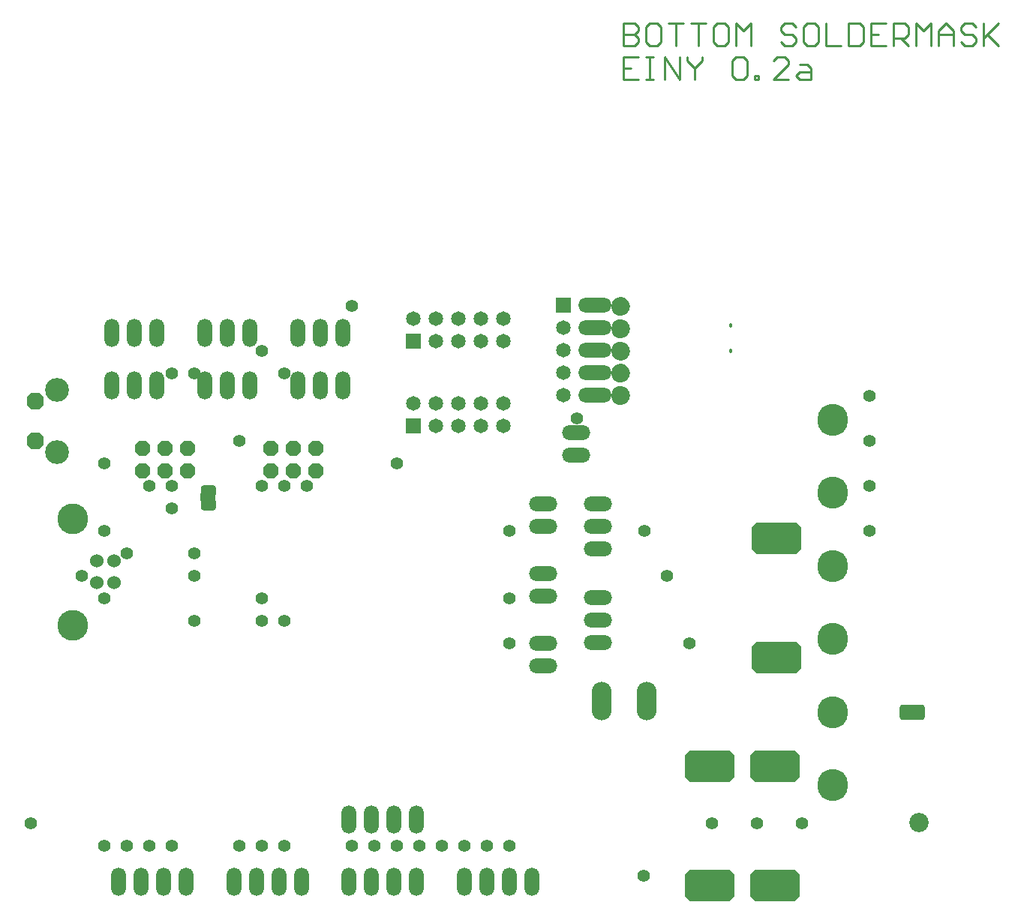
<source format=gbs>
G04 Layer_Color=16711935*
%FSLAX25Y25*%
%MOIN*%
G70*
G01*
G75*
%ADD27C,0.06000*%
%ADD60C,0.01000*%
G04:AMPARAMS|DCode=223|XSize=56mil|YSize=56mil|CornerRadius=28mil|HoleSize=0mil|Usage=FLASHONLY|Rotation=90.000|XOffset=0mil|YOffset=0mil|HoleType=Round|Shape=RoundedRectangle|*
%AMROUNDEDRECTD223*
21,1,0.05600,0.00000,0,0,90.0*
21,1,0.00000,0.05600,0,0,90.0*
1,1,0.05600,0.00000,0.00000*
1,1,0.05600,0.00000,0.00000*
1,1,0.05600,0.00000,0.00000*
1,1,0.05600,0.00000,0.00000*
%
%ADD223ROUNDEDRECTD223*%
%ADD224O,0.12600X0.06600*%
%ADD225R,0.06506X0.06506*%
%ADD226C,0.06506*%
G04:AMPARAMS|DCode=227|XSize=139mil|YSize=89mil|CornerRadius=0mil|HoleSize=0mil|Usage=FLASHONLY|Rotation=90.000|XOffset=0mil|YOffset=0mil|HoleType=Round|Shape=Octagon|*
%AMOCTAGOND227*
4,1,8,0.02225,0.06950,-0.02225,0.06950,-0.04450,0.04725,-0.04450,-0.04725,-0.02225,-0.06950,0.02225,-0.06950,0.04450,-0.04725,0.04450,0.04725,0.02225,0.06950,0.0*
%
%ADD227OCTAGOND227*%

%ADD228O,0.08850X0.17100*%
%ADD229O,0.06600X0.12600*%
%ADD230P,0.08226X8X292.5*%
%ADD231C,0.10600*%
%ADD232C,0.13650*%
%ADD233P,0.07360X8X22.5*%
%ADD234C,0.08600*%
%ADD235O,0.14773X0.06506*%
%ADD236R,0.06506X0.06506*%
%ADD237O,0.13600X0.14200*%
%ADD238C,0.01800*%
%ADD239C,0.04200*%
%ADD240R,0.03543X0.07045*%
%ADD241R,0.07045X0.03543*%
G04:AMPARAMS|DCode=242|XSize=52mil|YSize=69mil|CornerRadius=14.5mil|HoleSize=0mil|Usage=FLASHONLY|Rotation=180.000|XOffset=0mil|YOffset=0mil|HoleType=Round|Shape=RoundedRectangle|*
%AMROUNDEDRECTD242*
21,1,0.05200,0.04000,0,0,180.0*
21,1,0.02300,0.06900,0,0,180.0*
1,1,0.02900,-0.01150,0.02000*
1,1,0.02900,0.01150,0.02000*
1,1,0.02900,0.01150,-0.02000*
1,1,0.02900,-0.01150,-0.02000*
%
%ADD242ROUNDEDRECTD242*%
G04:AMPARAMS|DCode=243|XSize=52mil|YSize=69mil|CornerRadius=14.5mil|HoleSize=0mil|Usage=FLASHONLY|Rotation=270.000|XOffset=0mil|YOffset=0mil|HoleType=Round|Shape=RoundedRectangle|*
%AMROUNDEDRECTD243*
21,1,0.05200,0.04000,0,0,270.0*
21,1,0.02300,0.06900,0,0,270.0*
1,1,0.02900,-0.02000,-0.01150*
1,1,0.02900,-0.02000,0.01150*
1,1,0.02900,0.02000,0.01150*
1,1,0.02900,0.02000,-0.01150*
%
%ADD243ROUNDEDRECTD243*%
G04:AMPARAMS|DCode=244|XSize=56mil|YSize=56mil|CornerRadius=28mil|HoleSize=0mil|Usage=FLASHONLY|Rotation=180.000|XOffset=0mil|YOffset=0mil|HoleType=Round|Shape=RoundedRectangle|*
%AMROUNDEDRECTD244*
21,1,0.05600,0.00000,0,0,180.0*
21,1,0.00000,0.05600,0,0,180.0*
1,1,0.05600,0.00000,0.00000*
1,1,0.05600,0.00000,0.00000*
1,1,0.05600,0.00000,0.00000*
1,1,0.05600,0.00000,0.00000*
%
%ADD244ROUNDEDRECTD244*%
G36*
X344305Y60161D02*
X335205D01*
Y74061D01*
X344305D01*
Y60161D01*
D02*
G37*
G36*
X315300Y7200D02*
X306200D01*
Y21100D01*
X315300D01*
Y7200D01*
D02*
G37*
G36*
X344305Y7161D02*
X335205D01*
Y21061D01*
X344305D01*
Y7161D01*
D02*
G37*
G36*
X344805Y161461D02*
X335705D01*
Y175361D01*
X344805D01*
Y161461D01*
D02*
G37*
G36*
Y108461D02*
X335705D01*
Y122361D01*
X344805D01*
Y108461D01*
D02*
G37*
G36*
X315300Y60200D02*
X306200D01*
Y74100D01*
X315300D01*
Y60200D01*
D02*
G37*
G54D27*
X38284Y148568D02*
D03*
Y158490D02*
D03*
X46184D02*
D03*
Y148568D02*
D03*
G54D60*
X272500Y397497D02*
Y387500D01*
X277498D01*
X279165Y389166D01*
Y390832D01*
X277498Y392498D01*
X272500D01*
X277498D01*
X279165Y394164D01*
Y395831D01*
X277498Y397497D01*
X272500D01*
X287495D02*
X284163D01*
X282497Y395831D01*
Y389166D01*
X284163Y387500D01*
X287495D01*
X289161Y389166D01*
Y395831D01*
X287495Y397497D01*
X292494D02*
X299158D01*
X295826D01*
Y387500D01*
X302490Y397497D02*
X309155D01*
X305823D01*
Y387500D01*
X317485Y397497D02*
X314153D01*
X312487Y395831D01*
Y389166D01*
X314153Y387500D01*
X317485D01*
X319152Y389166D01*
Y395831D01*
X317485Y397497D01*
X322484Y387500D02*
Y397497D01*
X325816Y394164D01*
X329148Y397497D01*
Y387500D01*
X349142Y395831D02*
X347476Y397497D01*
X344144D01*
X342477Y395831D01*
Y394164D01*
X344144Y392498D01*
X347476D01*
X349142Y390832D01*
Y389166D01*
X347476Y387500D01*
X344144D01*
X342477Y389166D01*
X357472Y397497D02*
X354140D01*
X352474Y395831D01*
Y389166D01*
X354140Y387500D01*
X357472D01*
X359139Y389166D01*
Y395831D01*
X357472Y397497D01*
X362471D02*
Y387500D01*
X369135D01*
X372468Y397497D02*
Y387500D01*
X377466D01*
X379132Y389166D01*
Y395831D01*
X377466Y397497D01*
X372468D01*
X389129D02*
X382465D01*
Y387500D01*
X389129D01*
X382465Y392498D02*
X385797D01*
X392461Y387500D02*
Y397497D01*
X397460D01*
X399126Y395831D01*
Y392498D01*
X397460Y390832D01*
X392461D01*
X395794D02*
X399126Y387500D01*
X402458D02*
Y397497D01*
X405790Y394164D01*
X409123Y397497D01*
Y387500D01*
X412455D02*
Y394164D01*
X415787Y397497D01*
X419119Y394164D01*
Y387500D01*
Y392498D01*
X412455D01*
X429116Y395831D02*
X427450Y397497D01*
X424118D01*
X422452Y395831D01*
Y394164D01*
X424118Y392498D01*
X427450D01*
X429116Y390832D01*
Y389166D01*
X427450Y387500D01*
X424118D01*
X422452Y389166D01*
X432448Y397497D02*
Y387500D01*
Y390832D01*
X439113Y397497D01*
X434115Y392498D01*
X439113Y387500D01*
X279165Y382497D02*
X272500D01*
Y372500D01*
X279165D01*
X272500Y377498D02*
X275832D01*
X282497Y382497D02*
X285829D01*
X284163D01*
Y372500D01*
X282497D01*
X285829D01*
X290827D02*
Y382497D01*
X297492Y372500D01*
Y382497D01*
X300824D02*
Y380831D01*
X304156Y377498D01*
X307489Y380831D01*
Y382497D01*
X304156Y377498D02*
Y372500D01*
X320818Y380831D02*
X322484Y382497D01*
X325816D01*
X327482Y380831D01*
Y374166D01*
X325816Y372500D01*
X322484D01*
X320818Y374166D01*
Y380831D01*
X330815Y372500D02*
Y374166D01*
X332481D01*
Y372500D01*
X330815D01*
X345810D02*
X339145D01*
X345810Y379165D01*
Y380831D01*
X344144Y382497D01*
X340811D01*
X339145Y380831D01*
X350808Y379165D02*
X354140D01*
X355806Y377498D01*
Y372500D01*
X350808D01*
X349142Y374166D01*
X350808Y375832D01*
X355806D01*
G54D223*
X61600Y31600D02*
D03*
X41600D02*
D03*
X51600D02*
D03*
X251600Y221600D02*
D03*
X221600Y121600D02*
D03*
X281300Y18400D02*
D03*
X9000Y41600D02*
D03*
X121600Y31600D02*
D03*
X101600D02*
D03*
X111600D02*
D03*
X71600D02*
D03*
X181600D02*
D03*
X161600D02*
D03*
X171600D02*
D03*
X151600D02*
D03*
X221600D02*
D03*
X201600D02*
D03*
X211600D02*
D03*
X191600D02*
D03*
X281600Y171600D02*
D03*
X291600Y151600D02*
D03*
X301600Y121600D02*
D03*
G54D224*
X261000Y163700D02*
D03*
Y173700D02*
D03*
Y183700D02*
D03*
X236639Y173765D02*
D03*
Y183765D02*
D03*
Y142663D02*
D03*
Y152663D02*
D03*
X251500Y215300D02*
D03*
Y205300D02*
D03*
X236639Y111561D02*
D03*
Y121561D02*
D03*
X260900Y122100D02*
D03*
Y132100D02*
D03*
Y142100D02*
D03*
G54D225*
X179000Y218500D02*
D03*
Y256000D02*
D03*
G54D226*
Y228500D02*
D03*
X189000Y218500D02*
D03*
Y228500D02*
D03*
X199000Y218500D02*
D03*
Y228500D02*
D03*
X209000Y218500D02*
D03*
Y228500D02*
D03*
X219000Y218500D02*
D03*
Y228500D02*
D03*
X179000Y266000D02*
D03*
X189000Y256000D02*
D03*
Y266000D02*
D03*
X199000Y256000D02*
D03*
Y266000D02*
D03*
X209000Y256000D02*
D03*
Y266000D02*
D03*
X219000Y256000D02*
D03*
Y266000D02*
D03*
X245568Y232171D02*
D03*
Y242171D02*
D03*
Y252171D02*
D03*
Y262171D02*
D03*
G54D227*
X333600Y115400D02*
D03*
X347000D02*
D03*
Y168400D02*
D03*
X333600D02*
D03*
X317495Y14139D02*
D03*
X304095D02*
D03*
Y67139D02*
D03*
X317495D02*
D03*
X346500Y67100D02*
D03*
X333100D02*
D03*
Y14100D02*
D03*
X346500D02*
D03*
G54D228*
X262700Y96100D02*
D03*
X282700D02*
D03*
G54D229*
X231600Y15813D02*
D03*
X221600D02*
D03*
X211600D02*
D03*
X201600D02*
D03*
X180379Y43332D02*
D03*
X170379D02*
D03*
X160380D02*
D03*
X150380D02*
D03*
X180379Y15773D02*
D03*
X170379D02*
D03*
X160380D02*
D03*
X150380D02*
D03*
X147820Y259868D02*
D03*
X137820D02*
D03*
X127821D02*
D03*
X86482D02*
D03*
X96482D02*
D03*
X106482D02*
D03*
X65143D02*
D03*
X55143D02*
D03*
X45143D02*
D03*
X129198Y15773D02*
D03*
X119198D02*
D03*
X109198D02*
D03*
X99198D02*
D03*
X106482Y236246D02*
D03*
X96482D02*
D03*
X86482D02*
D03*
X127821D02*
D03*
X137820D02*
D03*
X147820D02*
D03*
X65143D02*
D03*
X55143D02*
D03*
X45143D02*
D03*
X78017Y15773D02*
D03*
X68017D02*
D03*
X58017D02*
D03*
X48017D02*
D03*
G54D230*
X10873Y229398D02*
D03*
Y211598D02*
D03*
G54D231*
X20673Y234298D02*
D03*
Y206698D02*
D03*
G54D232*
X27584Y129868D02*
D03*
Y177190D02*
D03*
G54D233*
X115813Y198356D02*
D03*
Y208356D02*
D03*
X125813Y198356D02*
D03*
Y208356D02*
D03*
X135813Y198356D02*
D03*
Y208356D02*
D03*
X58553Y198356D02*
D03*
Y208356D02*
D03*
X68553Y198356D02*
D03*
Y208356D02*
D03*
X78553Y198356D02*
D03*
Y208356D02*
D03*
G54D234*
X403667Y42151D02*
D03*
G54D235*
X259702Y232171D02*
D03*
Y242171D02*
D03*
Y252171D02*
D03*
Y262171D02*
D03*
Y272171D02*
D03*
G54D236*
X245568D02*
D03*
G54D237*
X365300Y58550D02*
D03*
Y91050D02*
D03*
Y123550D02*
D03*
Y156050D02*
D03*
Y188550D02*
D03*
Y221050D02*
D03*
G54D238*
X319900Y263000D02*
D03*
X319864Y251559D02*
D03*
G54D239*
X272864Y232013D02*
X272635Y232943D01*
X272000Y233659D01*
X271105Y233999D01*
X270155Y233883D01*
X269367Y233340D01*
X268922Y232492D01*
Y231535D01*
X269367Y230687D01*
X270155Y230143D01*
X271105Y230028D01*
X272000Y230367D01*
X272635Y231084D01*
X272864Y232013D01*
Y241905D02*
X272635Y242835D01*
X272000Y243551D01*
X271105Y243891D01*
X270155Y243775D01*
X269367Y243231D01*
X268922Y242384D01*
Y241426D01*
X269367Y240579D01*
X270155Y240035D01*
X271105Y239920D01*
X272000Y240259D01*
X272635Y240976D01*
X272864Y241905D01*
Y251797D02*
X272635Y252726D01*
X272000Y253443D01*
X271105Y253782D01*
X270155Y253667D01*
X269367Y253123D01*
X268922Y252275D01*
Y251318D01*
X269367Y250471D01*
X270155Y249927D01*
X271105Y249811D01*
X272000Y250151D01*
X272635Y250867D01*
X272864Y251797D01*
Y261689D02*
X272635Y262618D01*
X272000Y263334D01*
X271105Y263674D01*
X270155Y263559D01*
X269367Y263015D01*
X268922Y262167D01*
Y261210D01*
X269367Y260362D01*
X270155Y259819D01*
X271105Y259703D01*
X272000Y260043D01*
X272635Y260759D01*
X272864Y261689D01*
Y271580D02*
X272635Y272510D01*
X272000Y273226D01*
X271105Y273566D01*
X270155Y273450D01*
X269367Y272907D01*
X268922Y272059D01*
Y271102D01*
X269367Y270254D01*
X270155Y269710D01*
X271105Y269595D01*
X272000Y269934D01*
X272635Y270651D01*
X272864Y271580D01*
G54D240*
X400798Y91078D02*
D03*
G54D241*
X87841Y186639D02*
D03*
G54D242*
X403700Y91000D02*
D03*
X397700D02*
D03*
G54D243*
X87919Y189541D02*
D03*
Y183541D02*
D03*
G54D244*
X111600Y131600D02*
D03*
X121600D02*
D03*
X111600Y141600D02*
D03*
X41600Y171600D02*
D03*
X51600Y161600D02*
D03*
X81600D02*
D03*
Y151600D02*
D03*
Y131600D02*
D03*
X381600Y191600D02*
D03*
Y231600D02*
D03*
Y171600D02*
D03*
Y211600D02*
D03*
X221600Y141600D02*
D03*
Y171600D02*
D03*
X111600Y191600D02*
D03*
X121600D02*
D03*
X171600Y201600D02*
D03*
X131600Y191600D02*
D03*
X71600Y241600D02*
D03*
X81600D02*
D03*
X111600Y251600D02*
D03*
X121600Y241600D02*
D03*
X71600Y181600D02*
D03*
X61600Y191600D02*
D03*
X41600Y201600D02*
D03*
X71600Y191600D02*
D03*
X41600Y141600D02*
D03*
X31600Y151600D02*
D03*
X151600Y271600D02*
D03*
X101600Y211600D02*
D03*
X311600Y41600D02*
D03*
X331600D02*
D03*
X351600D02*
D03*
M02*

</source>
